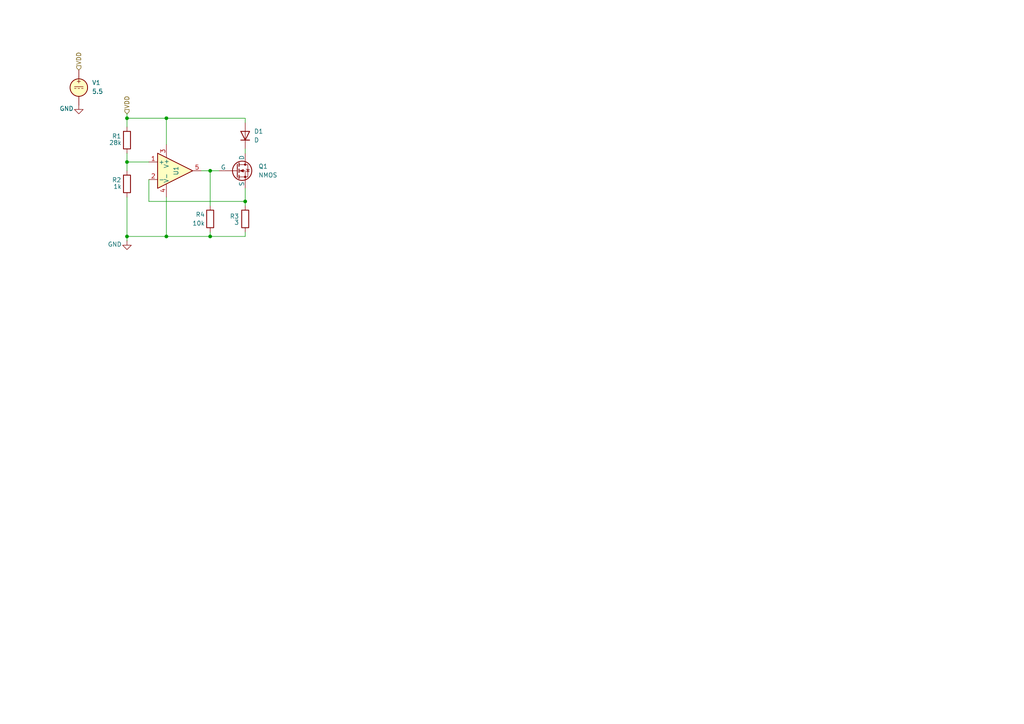
<source format=kicad_sch>
(kicad_sch (version 20250114) (generator "eeschema") (generator_version "9.0")
  (paper "A4")
  (lib_symbols
    (symbol "Device:D" (pin_numbers (hide yes)) (pin_names (offset 1.016) (hide yes))
      (property "Reference" "D" (at 0 2.54 0))
      (property "Value" "D" (at 0 -2.54 0))
      (symbol "D_0_1"
        (polyline (pts (xy -1.27 1.27) (xy -1.27 -1.27)) (stroke (width 0.254)))
        (polyline (pts (xy 1.27 1.27) (xy 1.27 -1.27) (xy -1.27 0) (xy 1.27 1.27)) (stroke (width 0.254)))
        (polyline (pts (xy 1.27 0) (xy -1.27 0)))
      )
      (symbol "D_1_1"
        (pin passive line (at -3.81 0 0) (length 2.54) (name "K") (number "1"))
        (pin passive line (at 3.81 0 180) (length 2.54) (name "A") (number "2"))
      )
    )
    (symbol "Device:R" (pin_numbers (hide yes)) (pin_names (offset 0))
      (property "Reference" "R" (at 2.032 0 90))
      (property "Value" "R" (at 0 0 90))
      (symbol "R_0_1"
        (rectangle (start -1.016 -2.54) (end 1.016 2.54) (stroke (width 0.254)))
      )
      (symbol "R_1_1"
        (pin passive line (at 0 3.81 270) (length 1.27) (name "~") (number "1"))
        (pin passive line (at 0 -3.81 90) (length 1.27) (name "~") (number "2"))
      )
    )
    (symbol "Simulation_SPICE:NMOS" (pin_numbers (hide yes)) (pin_names (offset 0))
      (property "Reference" "Q" (at 5.08 1.27 0))
      (property "Value" "NMOS" (at 5.08 -1.27 0))
      (symbol "NMOS_0_1"
        (polyline (pts (xy 0.254 1.905) (xy 0.254 -1.905)) (stroke (width 0.254)))
        (polyline (pts (xy 0.254 0) (xy -2.54 0)))
        (polyline (pts (xy 0.762 2.286) (xy 0.762 1.27)) (stroke (width 0.254)))
        (polyline (pts (xy 0.762 0.508) (xy 0.762 -0.508)) (stroke (width 0.254)))
        (polyline (pts (xy 0.762 -1.27) (xy 0.762 -2.286)) (stroke (width 0.254)))
        (polyline (pts (xy 0.762 -1.778) (xy 3.302 -1.778) (xy 3.302 1.778) (xy 0.762 1.778)))
        (polyline (pts (xy 1.016 0) (xy 2.032 0.381) (xy 2.032 -0.381) (xy 1.016 0)) (fill (type outline)))
        (circle (center 1.651 0) (radius 2.794) (stroke (width 0.254)))
        (polyline (pts (xy 2.54 2.54) (xy 2.54 1.778)))
        (circle (center 2.54 1.778) (radius 0.254) (fill (type outline)))
        (circle (center 2.54 -1.778) (radius 0.254) (fill (type outline)))
        (polyline (pts (xy 2.54 -2.54) (xy 2.54 0) (xy 0.762 0)))
        (polyline (pts (xy 2.794 0.508) (xy 2.921 0.381) (xy 3.683 0.381) (xy 3.81 0.254)))
        (polyline (pts (xy 3.302 0.381) (xy 2.921 -0.254) (xy 3.683 -0.254) (xy 3.302 0.381)))
      )
      (symbol "NMOS_1_1"
        (pin input line (at -5.08 0 0) (length 2.54) (name "G") (number "2"))
        (pin passive line (at 2.54 5.08 270) (length 2.54) (name "D") (number "1"))
        (pin passive line (at 2.54 -5.08 90) (length 2.54) (name "S") (number "3"))
      )
    )
    (symbol "Simulation_SPICE:OPAMP" (pin_names (offset 0.254))
      (property "Reference" "U" (at 3.81 3.175 0))
      (property "Value" "${SIM.PARAMS}" (at 3.81 -3.175 0))
      (symbol "OPAMP_0_1"
        (polyline (pts (xy 5.08 0) (xy -5.08 5.08) (xy -5.08 -5.08) (xy 5.08 0)) (stroke (width 0.254)) (fill (type background)))
      )
      (symbol "OPAMP_1_1"
        (pin input line (at -7.62 2.54 0) (length 2.54) (name "+") (number "1"))
        (pin input line (at -7.62 -2.54 0) (length 2.54) (name "-") (number "2"))
        (pin power_in line (at -2.54 7.62 270) (length 3.81) (name "V+") (number "3"))
        (pin power_in line (at -2.54 -7.62 90) (length 3.81) (name "V-") (number "4"))
        (pin output line (at 7.62 0 180) (length 2.54) (name "~") (number "5"))
      )
    )
    (symbol "Simulation_SPICE:VDC" (pin_numbers (hide yes)) (pin_names (offset 0.0254))
      (property "Reference" "V" (at 2.54 2.54 0))
      (property "Value" "1" (at 2.54 0 0))
      (symbol "VDC_0_0"
        (polyline (pts (xy -1.27 0.254) (xy 1.27 0.254)))
        (polyline (pts (xy -0.762 -0.254) (xy -1.27 -0.254)))
        (polyline (pts (xy 0.254 -0.254) (xy -0.254 -0.254)))
        (polyline (pts (xy 1.27 -0.254) (xy 0.762 -0.254)))
        (text "+" (at 0 1.905 0) (effects (font (size 1.27 1.27))))
      )
      (symbol "VDC_0_1"
        (circle (center 0 0) (radius 2.54) (stroke (width 0.254)) (fill (type background)))
      )
      (symbol "VDC_1_1"
        (pin passive line (at 0 5.08 270) (length 2.54) (name "~") (number "1"))
        (pin passive line (at 0 -5.08 90) (length 2.54) (name "~") (number "2"))
      )
    )
    (symbol "power:GND" (power) (pin_numbers (hide yes)) (pin_names (offset 0) (hide yes))
      (property "Value" "GND" (at 0 -3.81 0))
      (symbol "GND_0_1"
        (polyline (pts (xy 0 0) (xy 0 -1.27) (xy 1.27 -1.27) (xy 0 -2.54) (xy -1.27 -1.27) (xy 0 -1.27)))
      )
      (symbol "GND_1_1"
        (pin power_in line (at 0 0 270) (length 0) (name "~") (number "1"))
      )
    )
  )
  (junction (at 36.83 46.99))
  (junction (at 60.96 49.53))
  (junction (at 36.83 68.58))
  (junction (at 48.26 34.29))
  (junction (at 48.26 68.58))
  (junction (at 60.96 68.58))
  (junction (at 36.83 34.29))
  (junction (at 71.12 58.42))
  (wire (pts (xy 60.96 49.53) (xy 63.5 49.53)))
  (wire (pts (xy 36.83 69.85) (xy 36.83 68.58)))
  (wire (pts (xy 71.12 34.29) (xy 71.12 35.56)))
  (wire (pts (xy 36.83 44.45) (xy 36.83 46.99)))
  (wire (pts (xy 36.83 34.29) (xy 48.26 34.29)))
  (wire (pts (xy 48.26 34.29) (xy 48.26 41.91)))
  (wire (pts (xy 43.18 58.42) (xy 71.12 58.42)))
  (wire (pts (xy 48.26 68.58) (xy 60.96 68.58)))
  (wire (pts (xy 71.12 68.58) (xy 71.12 67.31)))
  (wire (pts (xy 36.83 57.15) (xy 36.83 68.58)))
  (wire (pts (xy 36.83 33.02) (xy 36.83 34.29)))
  (wire (pts (xy 60.96 68.58) (xy 71.12 68.58)))
  (wire (pts (xy 48.26 34.29) (xy 71.12 34.29)))
  (wire (pts (xy 60.96 67.31) (xy 60.96 68.58)))
  (wire (pts (xy 60.96 59.69) (xy 60.96 49.53)))
  (wire (pts (xy 36.83 68.58) (xy 48.26 68.58)))
  (wire (pts (xy 48.26 57.15) (xy 48.26 68.58)))
  (wire (pts (xy 71.12 54.61) (xy 71.12 58.42)))
  (wire (pts (xy 43.18 52.07) (xy 43.18 58.42)))
  (wire (pts (xy 71.12 58.42) (xy 71.12 59.69)))
  (wire (pts (xy 36.83 46.99) (xy 36.83 49.53)))
  (wire (pts (xy 36.83 46.99) (xy 43.18 46.99)))
  (wire (pts (xy 71.12 43.18) (xy 71.12 44.45)))
  (wire (pts (xy 58.42 49.53) (xy 60.96 49.53)))
  (wire (pts (xy 36.83 34.29) (xy 36.83 36.83)))
  (hierarchical_label "VDD" (shape input) (at 36.83 33.02 90))
  (hierarchical_label "VDD" (shape input) (at 22.86 20.32 90))
  (symbol (lib_id "Simulation_SPICE:VDC") (at 22.86 25.4 0) (unit 1)
    (property "Reference" "V1" (at 26.67 24.0001 0) (effects (justify left)))
    (property "Value" "5.5" (at 26.67 26.5401 0) (effects (justify left)))
    (property "Datasheet" "https://ngspice.sourceforge.io/docs/ngspice-html-manual/manual.xhtml#sec_Independent_Sources_for" (effects (hide yes)))
    (property "Description" "Voltage source, DC" (effects (hide yes)))
    (property "Sim.Pins" "1=+ 2=-" (effects (hide yes)))
    (property "Sim.Type" "DC" (effects (hide yes)))
    (property "Sim.Device" "V" (effects (hide yes)))
  )
  (symbol (lib_id "Device:D") (at 71.12 39.37 90) (unit 1)
    (property "Reference" "D1" (at 73.66 38.0999 90) (effects (justify right)))
    (property "Value" "D" (at 73.66 40.6399 90) (effects (justify right)))
    (property "Description" "Diode" (effects (hide yes)))
    (property "Sim.Device" "D" (effects (hide yes)))
    (property "Sim.Pins" "1=K 2=A" (effects (hide yes)))
  )
  (symbol (lib_id "Device:R") (at 71.12 63.5 180) (unit 1)
    (property "Reference" "R3" (at 69.342 62.738 0) (effects (justify left)))
    (property "Value" "3" (at 69.342 64.516 0) (effects (justify left)))
    (property "Description" "Resistor" (effects (hide yes)))
  )
  (symbol (lib_id "Simulation_SPICE:NMOS") (at 68.58 49.53 0) (unit 1)
    (property "Reference" "Q1" (at 74.93 48.2599 0) (effects (justify left)))
    (property "Value" "NMOS" (at 74.93 50.7999 0) (effects (justify left)))
    (property "Datasheet" "https://ngspice.sourceforge.io/docs/ngspice-html-manual/manual.xhtml#cha_MOSFETs" (effects (hide yes)))
    (property "Description" "N-MOSFET transistor, drain/source/gate" (effects (hide yes)))
    (property "Sim.Device" "NMOS" (effects (hide yes)))
    (property "Sim.Pins" "1=D 2=G 3=S" (effects (hide yes)))
    (property "Sim.Type" "VDMOS" (effects (hide yes)))
  )
  (symbol (lib_id "Device:R") (at 60.96 63.5 0) (unit 1)
    (property "Reference" "R4" (at 59.436 62.23 0) (effects (justify right)))
    (property "Value" "10k" (at 59.436 64.77 0) (effects (justify right)))
    (property "Description" "Resistor" (effects (hide yes)))
  )
  (symbol (lib_id "Device:R") (at 36.83 53.34 0) (unit 1)
    (property "Reference" "R2" (at 35.179 52.197 0) (effects (justify right)))
    (property "Value" "1k" (at 35.306 54.102 0) (effects (justify right)))
    (property "Description" "Resistor" (effects (hide yes)))
  )
  (symbol (lib_id "power:GND") (at 36.83 69.85 0) (unit 1)
    (property "Reference" "#PWR02" (effects (hide yes)))
    (property "Value" "GND" (at 33.274 70.866 0))
    (property "Description" "Power symbol creates a global label with name \"GND\" , ground" (effects (hide yes)))
  )
  (symbol (lib_id "Device:R") (at 36.83 40.64 0) (unit 1)
    (property "Reference" "R1" (at 35.179 39.497 0) (effects (justify right)))
    (property "Value" "28k" (at 35.306 41.402 0) (effects (justify right)))
    (property "Description" "Resistor" (effects (hide yes)))
  )
  (symbol (lib_id "Simulation_SPICE:OPAMP") (at 50.8 49.53 0) (unit 1)
    (property "Reference" "U1" (at 51.054 49.53 90))
    (property "Value" "${SIM.PARAMS}" (at 58.42 46.2849 0))
    (property "Datasheet" "https://ngspice.sourceforge.io/docs/ngspice-html-manual/manual.xhtml#sec__SUBCKT_Subcircuits" (effects (hide yes)))
    (property "Description" "Operational amplifier, single" (effects (hide yes)))
    (property "Sim.Pins" "1=1 2=2 3=99 4=50 5=28" (effects (hide yes)))
    (property "Sim.Device" "SUBCKT" (effects (hide yes)))
    (property "Sim.Library" "/home/thomas/ext/LM358.lib" (effects (hide yes)))
    (property "Sim.Name" "LM358" (effects (hide yes)))
  )
  (symbol (lib_id "power:GND") (at 22.86 30.48 0) (unit 1)
    (property "Reference" "#PWR01" (effects (hide yes)))
    (property "Value" "GND" (at 19.304 31.496 0))
    (property "Description" "Power symbol creates a global label with name \"GND\" , ground" (effects (hide yes)))
  )
)
</source>
